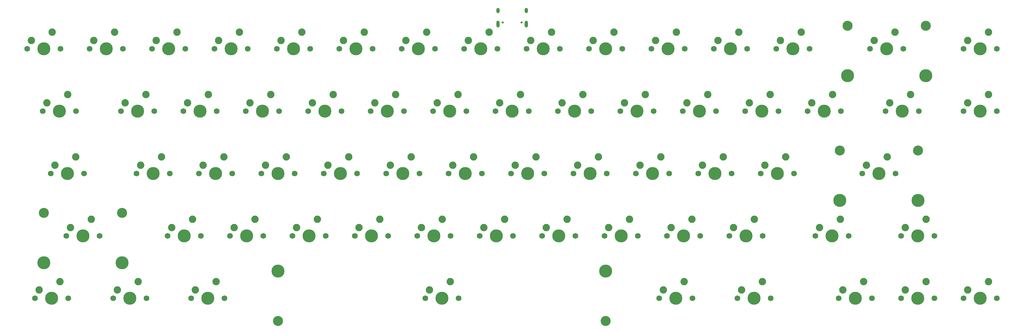
<source format=gts>
G04 #@! TF.GenerationSoftware,KiCad,Pcbnew,(6.0.10)*
G04 #@! TF.CreationDate,2023-02-18T22:59:06-08:00*
G04 #@! TF.ProjectId,KeyboardM,4b657962-6f61-4726-944d-2e6b69636164,rev?*
G04 #@! TF.SameCoordinates,Original*
G04 #@! TF.FileFunction,Soldermask,Top*
G04 #@! TF.FilePolarity,Negative*
%FSLAX46Y46*%
G04 Gerber Fmt 4.6, Leading zero omitted, Abs format (unit mm)*
G04 Created by KiCad (PCBNEW (6.0.10)) date 2023-02-18 22:59:06*
%MOMM*%
%LPD*%
G01*
G04 APERTURE LIST*
%ADD10C,1.750000*%
%ADD11C,3.987800*%
%ADD12C,2.250000*%
%ADD13C,3.048000*%
%ADD14C,0.650000*%
%ADD15O,1.000000X1.600000*%
%ADD16O,1.000000X2.100000*%
G04 APERTURE END LIST*
D10*
X260667500Y-57150000D03*
D11*
X255587500Y-57150000D03*
D10*
X250507500Y-57150000D03*
D12*
X251777500Y-54610000D03*
X258127500Y-52070000D03*
D10*
X221932500Y-76200000D03*
D11*
X227012500Y-76200000D03*
D10*
X232092500Y-76200000D03*
D12*
X223202500Y-73660000D03*
X229552500Y-71120000D03*
D11*
X72231250Y-95250000D03*
D10*
X67151250Y-95250000D03*
X77311250Y-95250000D03*
D12*
X68421250Y-92710000D03*
X74771250Y-90170000D03*
D10*
X252888750Y-133350000D03*
X263048750Y-133350000D03*
D11*
X257968750Y-133350000D03*
D12*
X254158750Y-130810000D03*
X260508750Y-128270000D03*
D11*
X303212500Y-76200000D03*
D10*
X308292500Y-76200000D03*
X298132500Y-76200000D03*
D12*
X299402500Y-73660000D03*
X305752500Y-71120000D03*
D10*
X110013750Y-133350000D03*
D11*
X115093750Y-133350000D03*
D10*
X120173750Y-133350000D03*
D12*
X111283750Y-130810000D03*
X117633750Y-128270000D03*
D11*
X250825000Y-95250000D03*
D10*
X255905000Y-95250000D03*
X245745000Y-95250000D03*
D12*
X247015000Y-92710000D03*
X253365000Y-90170000D03*
D10*
X170180000Y-114300000D03*
X160020000Y-114300000D03*
D11*
X165100000Y-114300000D03*
D12*
X161290000Y-111760000D03*
X167640000Y-109220000D03*
D11*
X146050000Y-114300000D03*
D10*
X140970000Y-114300000D03*
X151130000Y-114300000D03*
D12*
X142240000Y-111760000D03*
X148590000Y-109220000D03*
D10*
X217805000Y-95250000D03*
D11*
X212725000Y-95250000D03*
D10*
X207645000Y-95250000D03*
D12*
X208915000Y-92710000D03*
X215265000Y-90170000D03*
D11*
X91281250Y-133350000D03*
D10*
X86201250Y-133350000D03*
X96361250Y-133350000D03*
D12*
X87471250Y-130810000D03*
X93821250Y-128270000D03*
D11*
X279400000Y-114300000D03*
D10*
X274320000Y-114300000D03*
X284480000Y-114300000D03*
D12*
X275590000Y-111760000D03*
X281940000Y-109220000D03*
D10*
X307657500Y-133350000D03*
D11*
X312737500Y-133350000D03*
D10*
X317817500Y-133350000D03*
D12*
X308927500Y-130810000D03*
X315277500Y-128270000D03*
D11*
X112712500Y-76200000D03*
D10*
X107632500Y-76200000D03*
X117792500Y-76200000D03*
D12*
X108902500Y-73660000D03*
X115252500Y-71120000D03*
D10*
X112395000Y-95250000D03*
D11*
X117475000Y-95250000D03*
D10*
X122555000Y-95250000D03*
D12*
X113665000Y-92710000D03*
X120015000Y-90170000D03*
D11*
X67468750Y-133350000D03*
D10*
X62388750Y-133350000D03*
X72548750Y-133350000D03*
D12*
X63658750Y-130810000D03*
X70008750Y-128270000D03*
D11*
X231775000Y-95250000D03*
D10*
X226695000Y-95250000D03*
X236855000Y-95250000D03*
D12*
X227965000Y-92710000D03*
X234315000Y-90170000D03*
D10*
X64770000Y-76200000D03*
D11*
X69850000Y-76200000D03*
D10*
X74930000Y-76200000D03*
D12*
X66040000Y-73660000D03*
X72390000Y-71120000D03*
D10*
X269557500Y-57150000D03*
X279717500Y-57150000D03*
D11*
X274637500Y-57150000D03*
D12*
X270827500Y-54610000D03*
X277177500Y-52070000D03*
D10*
X164782500Y-76200000D03*
X174942500Y-76200000D03*
D11*
X169862500Y-76200000D03*
D12*
X166052500Y-73660000D03*
X172402500Y-71120000D03*
D10*
X136842500Y-76200000D03*
X126682500Y-76200000D03*
D11*
X131762500Y-76200000D03*
D12*
X127952500Y-73660000D03*
X134302500Y-71120000D03*
D10*
X217170000Y-114300000D03*
X227330000Y-114300000D03*
D11*
X222250000Y-114300000D03*
D12*
X218440000Y-111760000D03*
X224790000Y-109220000D03*
D10*
X98107500Y-57150000D03*
X108267500Y-57150000D03*
D11*
X103187500Y-57150000D03*
D12*
X99377500Y-54610000D03*
X105727500Y-52070000D03*
D11*
X174625000Y-95250000D03*
D10*
X169545000Y-95250000D03*
X179705000Y-95250000D03*
D12*
X170815000Y-92710000D03*
X177165000Y-90170000D03*
D10*
X336867500Y-133350000D03*
D11*
X331787500Y-133350000D03*
D10*
X326707500Y-133350000D03*
D12*
X327977500Y-130810000D03*
X334327500Y-128270000D03*
D11*
X331787500Y-114300000D03*
D10*
X326707500Y-114300000D03*
X336867500Y-114300000D03*
D12*
X327977500Y-111760000D03*
X334327500Y-109220000D03*
D10*
X345757500Y-57150000D03*
X355917500Y-57150000D03*
D11*
X350837500Y-57150000D03*
D12*
X347027500Y-54610000D03*
X353377500Y-52070000D03*
D10*
X332105000Y-76200000D03*
D11*
X327025000Y-76200000D03*
D10*
X321945000Y-76200000D03*
D12*
X323215000Y-73660000D03*
X329565000Y-71120000D03*
D10*
X355917500Y-133350000D03*
X345757500Y-133350000D03*
D11*
X350837500Y-133350000D03*
D12*
X347027500Y-130810000D03*
X353377500Y-128270000D03*
D10*
X274955000Y-95250000D03*
D11*
X269875000Y-95250000D03*
D10*
X264795000Y-95250000D03*
D12*
X266065000Y-92710000D03*
X272415000Y-90170000D03*
D10*
X203517500Y-57150000D03*
D11*
X198437500Y-57150000D03*
D10*
X193357500Y-57150000D03*
D12*
X194627500Y-54610000D03*
X200977500Y-52070000D03*
D10*
X289242500Y-76200000D03*
D11*
X284162500Y-76200000D03*
D10*
X279082500Y-76200000D03*
D12*
X280352500Y-73660000D03*
X286702500Y-71120000D03*
D10*
X251142500Y-76200000D03*
D11*
X246062500Y-76200000D03*
D10*
X240982500Y-76200000D03*
D12*
X242252500Y-73660000D03*
X248602500Y-71120000D03*
D11*
X310324500Y-65405000D03*
X334200500Y-65405000D03*
D10*
X327342500Y-57150000D03*
D13*
X310324500Y-50165000D03*
D11*
X322262500Y-57150000D03*
D10*
X317182500Y-57150000D03*
D13*
X334200500Y-50165000D03*
D12*
X318452500Y-54610000D03*
X324802500Y-52070000D03*
D10*
X174307500Y-57150000D03*
D11*
X179387500Y-57150000D03*
D10*
X184467500Y-57150000D03*
D12*
X175577500Y-54610000D03*
X181927500Y-52070000D03*
D10*
X93345000Y-95250000D03*
X103505000Y-95250000D03*
D11*
X98425000Y-95250000D03*
D12*
X94615000Y-92710000D03*
X100965000Y-90170000D03*
D10*
X136207500Y-57150000D03*
D11*
X141287500Y-57150000D03*
D10*
X146367500Y-57150000D03*
D12*
X137477500Y-54610000D03*
X143827500Y-52070000D03*
D10*
X102870000Y-114300000D03*
X113030000Y-114300000D03*
D11*
X107950000Y-114300000D03*
D12*
X104140000Y-111760000D03*
X110490000Y-109220000D03*
D10*
X70167500Y-57150000D03*
D11*
X65087500Y-57150000D03*
D10*
X60007500Y-57150000D03*
D12*
X61277500Y-54610000D03*
X67627500Y-52070000D03*
D11*
X150812500Y-76200000D03*
D10*
X155892500Y-76200000D03*
X145732500Y-76200000D03*
D12*
X147002500Y-73660000D03*
X153352500Y-71120000D03*
D11*
X184150000Y-114300000D03*
D10*
X179070000Y-114300000D03*
X189230000Y-114300000D03*
D12*
X180340000Y-111760000D03*
X186690000Y-109220000D03*
D10*
X310673750Y-114300000D03*
D11*
X305593750Y-114300000D03*
D10*
X300513750Y-114300000D03*
D12*
X301783750Y-111760000D03*
X308133750Y-109220000D03*
D10*
X286861250Y-133350000D03*
X276701250Y-133350000D03*
D11*
X281781250Y-133350000D03*
D12*
X277971250Y-130810000D03*
X284321250Y-128270000D03*
D11*
X186531250Y-133350000D03*
D10*
X181451250Y-133350000D03*
D11*
X136531350Y-125095000D03*
D13*
X236531150Y-140335000D03*
D10*
X191611250Y-133350000D03*
D11*
X236531150Y-125095000D03*
D13*
X136531350Y-140335000D03*
D12*
X182721250Y-130810000D03*
X189071250Y-128270000D03*
D11*
X236537500Y-57150000D03*
D10*
X241617500Y-57150000D03*
X231457500Y-57150000D03*
D12*
X232727500Y-54610000D03*
X239077500Y-52070000D03*
D10*
X213042500Y-76200000D03*
D11*
X207962500Y-76200000D03*
D10*
X202882500Y-76200000D03*
D12*
X204152500Y-73660000D03*
X210502500Y-71120000D03*
D10*
X88582500Y-76200000D03*
D11*
X93662500Y-76200000D03*
D10*
X98742500Y-76200000D03*
D12*
X89852500Y-73660000D03*
X96202500Y-71120000D03*
D10*
X255270000Y-114300000D03*
X265430000Y-114300000D03*
D11*
X260350000Y-114300000D03*
D12*
X256540000Y-111760000D03*
X262890000Y-109220000D03*
D10*
X298767500Y-57150000D03*
D11*
X293687500Y-57150000D03*
D10*
X288607500Y-57150000D03*
D12*
X289877500Y-54610000D03*
X296227500Y-52070000D03*
D11*
X127000000Y-114300000D03*
D10*
X121920000Y-114300000D03*
X132080000Y-114300000D03*
D12*
X123190000Y-111760000D03*
X129540000Y-109220000D03*
D10*
X212407500Y-57150000D03*
X222567500Y-57150000D03*
D11*
X217487500Y-57150000D03*
D12*
X213677500Y-54610000D03*
X220027500Y-52070000D03*
D10*
X150495000Y-95250000D03*
X160655000Y-95250000D03*
D11*
X155575000Y-95250000D03*
D12*
X151765000Y-92710000D03*
X158115000Y-90170000D03*
D10*
X208280000Y-114300000D03*
D11*
X203200000Y-114300000D03*
D10*
X198120000Y-114300000D03*
D12*
X199390000Y-111760000D03*
X205740000Y-109220000D03*
D10*
X188595000Y-95250000D03*
D11*
X193675000Y-95250000D03*
D10*
X198755000Y-95250000D03*
D12*
X189865000Y-92710000D03*
X196215000Y-90170000D03*
D10*
X314801250Y-95250000D03*
D11*
X331819250Y-103505000D03*
X307943250Y-103505000D03*
D13*
X307943250Y-88265000D03*
X331819250Y-88265000D03*
D10*
X324961250Y-95250000D03*
D11*
X319881250Y-95250000D03*
D12*
X316071250Y-92710000D03*
X322421250Y-90170000D03*
D11*
X136525000Y-95250000D03*
D10*
X131445000Y-95250000D03*
X141605000Y-95250000D03*
D12*
X132715000Y-92710000D03*
X139065000Y-90170000D03*
D10*
X283845000Y-95250000D03*
X294005000Y-95250000D03*
D11*
X288925000Y-95250000D03*
D12*
X285115000Y-92710000D03*
X291465000Y-90170000D03*
D10*
X270192500Y-76200000D03*
D11*
X265112500Y-76200000D03*
D10*
X260032500Y-76200000D03*
D12*
X261302500Y-73660000D03*
X267652500Y-71120000D03*
D10*
X183832500Y-76200000D03*
D11*
X188912500Y-76200000D03*
D10*
X193992500Y-76200000D03*
D12*
X185102500Y-73660000D03*
X191452500Y-71120000D03*
D10*
X127317500Y-57150000D03*
D11*
X122237500Y-57150000D03*
D10*
X117157500Y-57150000D03*
D12*
X118427500Y-54610000D03*
X124777500Y-52070000D03*
D10*
X165417500Y-57150000D03*
D11*
X160337500Y-57150000D03*
D10*
X155257500Y-57150000D03*
D12*
X156527500Y-54610000D03*
X162877500Y-52070000D03*
D10*
X79057500Y-57150000D03*
X89217500Y-57150000D03*
D11*
X84137500Y-57150000D03*
D12*
X80327500Y-54610000D03*
X86677500Y-52070000D03*
D10*
X345757500Y-76200000D03*
D11*
X350837500Y-76200000D03*
D10*
X355917500Y-76200000D03*
D12*
X347027500Y-73660000D03*
X353377500Y-71120000D03*
D10*
X236220000Y-114300000D03*
D11*
X241300000Y-114300000D03*
D10*
X246380000Y-114300000D03*
D12*
X237490000Y-111760000D03*
X243840000Y-109220000D03*
D11*
X88931750Y-122555000D03*
D10*
X71913750Y-114300000D03*
D11*
X76993750Y-114300000D03*
D13*
X88931750Y-107315000D03*
X65055750Y-107315000D03*
D10*
X82073750Y-114300000D03*
D11*
X65055750Y-122555000D03*
D12*
X73183750Y-111760000D03*
X79533750Y-109220000D03*
D14*
X205072500Y-49112500D03*
X210852500Y-49112500D03*
D15*
X212282500Y-45462500D03*
D16*
X212282500Y-49642500D03*
X203642500Y-49642500D03*
D15*
X203642500Y-45462500D03*
M02*

</source>
